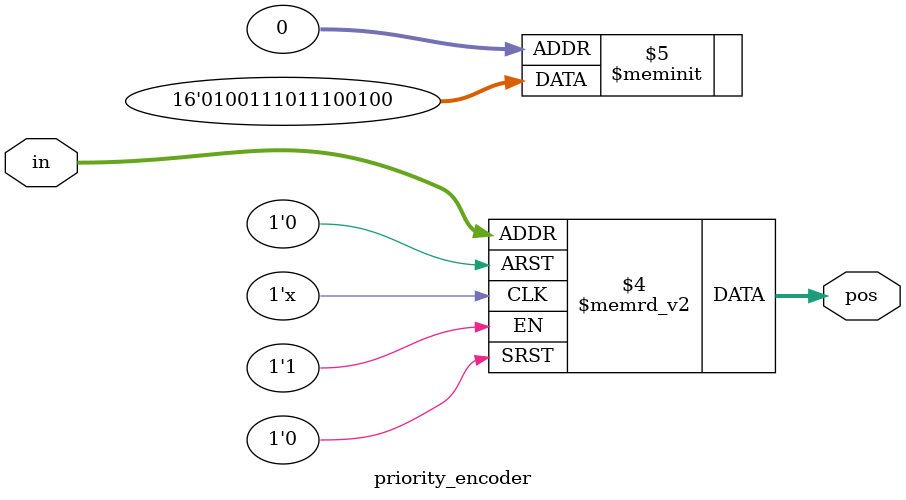
<source format=v>
module priority_encoder( 
input [2:0] in,
output reg [1:0] pos ); 
// When sel=1, assign b to out
always @(*)
begin
case (in)
3'b000: pos = 2'b00;
3'b001: pos = 2'b01;
3'b010: pos = 2'b10;
3'b011: pos = 2'b11;
3'b100: pos = 2'b10;
3'b101: pos = 2'b11;
3'b110: pos = 2'b00;
3'b111: pos = 2'b01;
default: pos = 2'b00;
endcase
end
endmodule

</source>
